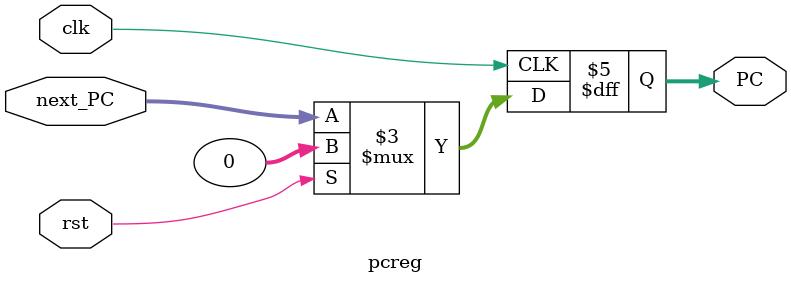
<source format=sv>
module pcreg #(

    parameter DataSize = 32

)(

    input logic       [DataSize-1:0]    next_PC,
    input logic                         clk, 
    input logic                         rst,
    output logic      [DataSize-1:0]    PC

);

   always_ff @(posedge clk) 
        if (rst) PC <= 0; 
        else PC <= next_PC;


endmodule

</source>
